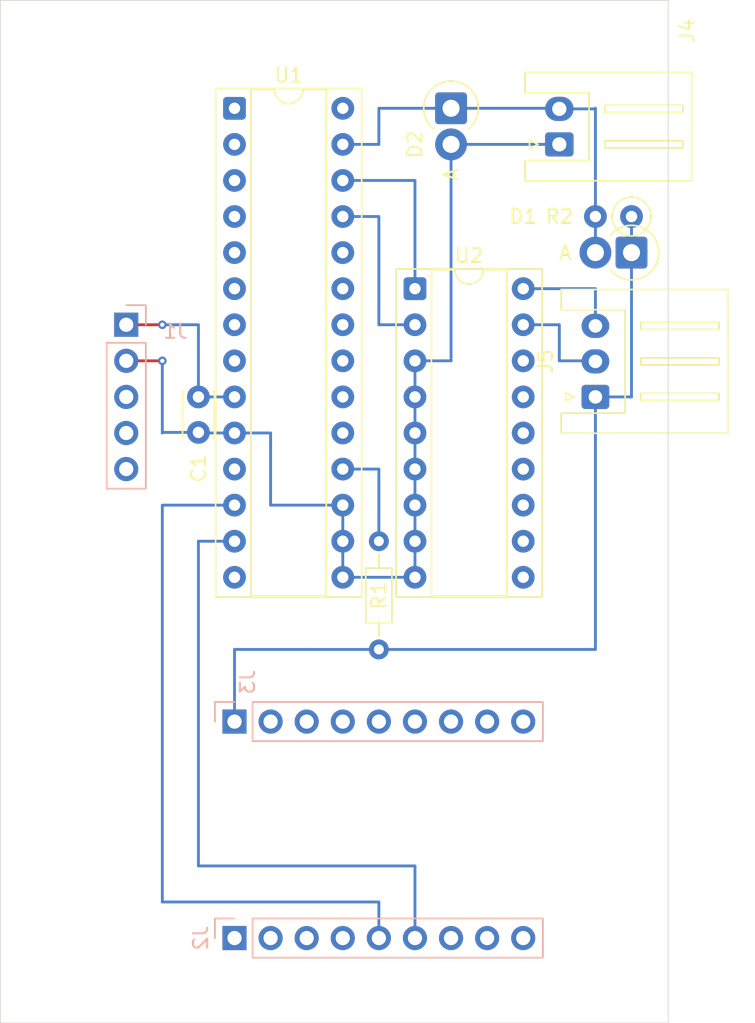
<source format=kicad_pcb>
(kicad_pcb (version 20241229) (generator "pcbnew") (generator_version "9.0")
  (layers (0 "F.Cu" signal) (2 "B.Cu" signal) (13 "F.Paste" user) (15 "B.Paste" user) (5 "F.SilkS" user "F.Silkscreen") (7 "B.SilkS" user "B.Silkscreen") (1 "F.Mask" user) (3 "B.Mask" user) (25 "Edge.Cuts" user))
  (net 0 "")
  (net 1 "+3V3")
  (net 2 "GND")
  (net 3 "ACT_N")
  (net 7 "/EXT_3SCL")
  (net 8 "/EXT_3SDA")
  (net 20 "Net-(U1-~{RESET})")
  (net 39 "Net-(J5-Pin_3)")
  (net 40 "Net-(J5-Pin_2)")
  (net 45 "Net-(U1-GPA5)")
  (net 46 "Net-(U1-GPA4)")
  (footprint "Package_DIP:DIP-28_W7.62mm_Socket" (layer "F.Cu") (at 132.08 50.8)
    (property "Reference" "U1" (at 3.81 -2.33 0) (layer "F.SilkS"))
    (property "Value" "MCP23017_SP")
    (fp_line (start 1.16 -1.33) (end 1.16 34.35) (stroke (width 0.12)) (layer "F.SilkS"))
    (fp_line (start 1.16 34.35) (end 6.46 34.35) (stroke (width 0.12)) (layer "F.SilkS"))
    (fp_line (start 2.81 -1.33) (end 1.16 -1.33) (stroke (width 0.12)) (layer "F.SilkS"))
    (fp_line (start 6.46 -1.33) (end 4.81 -1.33) (stroke (width 0.12)) (layer "F.SilkS"))
    (fp_line (start 6.46 34.35) (end 6.46 -1.33) (stroke (width 0.12)) (layer "F.SilkS"))
    (fp_rect (start -1.33 -1.39) (end 8.95 34.41) (stroke (width 0.12)) (fill no) (layer "F.SilkS"))
    (fp_arc (start 4.81 -1.33) (mid 3.81 -0.33) (end 2.81 -1.33) (stroke (width 0.12)) (layer "F.SilkS"))
    (pad "1" thru_hole roundrect (at 0 0) (size 1.6 1.6) (drill 0.8) (layers "*.Cu" "*.Mask") (roundrect_rratio 0.15625))
    (pad "2" thru_hole circle (at 0 2.54) (size 1.6 1.6) (drill 0.8) (layers "*.Cu" "*.Mask"))
    (pad "3" thru_hole circle (at 0 5.08) (size 1.6 1.6) (drill 0.8) (layers "*.Cu" "*.Mask"))
    (pad "4" thru_hole circle (at 0 7.62) (size 1.6 1.6) (drill 0.8) (layers "*.Cu" "*.Mask"))
    (pad "5" thru_hole circle (at 0 10.16) (size 1.6 1.6) (drill 0.8) (layers "*.Cu" "*.Mask"))
    (pad "6" thru_hole circle (at 0 12.7) (size 1.6 1.6) (drill 0.8) (layers "*.Cu" "*.Mask"))
    (pad "7" thru_hole circle (at 0 15.24) (size 1.6 1.6) (drill 0.8) (layers "*.Cu" "*.Mask"))
    (pad "8" thru_hole circle (at 0 17.78) (size 1.6 1.6) (drill 0.8) (layers "*.Cu" "*.Mask"))
    (pad "9" thru_hole circle (at 0 20.32) (size 1.6 1.6) (drill 0.8) (layers "*.Cu" "*.Mask") (net 1 "+3V3"))
    (pad "10" thru_hole circle (at 0 22.86) (size 1.6 1.6) (drill 0.8) (layers "*.Cu" "*.Mask") (net 2 "GND"))
    (pad "11" thru_hole circle (at 0 25.4) (size 1.6 1.6) (drill 0.8) (layers "*.Cu" "*.Mask"))
    (pad "12" thru_hole circle (at 0 27.94) (size 1.6 1.6) (drill 0.8) (layers "*.Cu" "*.Mask") (net 7 "/EXT_3SCL"))
    (pad "13" thru_hole circle (at 0 30.48) (size 1.6 1.6) (drill 0.8) (layers "*.Cu" "*.Mask") (net 8 "/EXT_3SDA"))
    (pad "14" thru_hole circle (at 0 33.02) (size 1.6 1.6) (drill 0.8) (layers "*.Cu" "*.Mask"))
    (pad "15" thru_hole circle (at 7.62 33.02) (size 1.6 1.6) (drill 0.8) (layers "*.Cu" "*.Mask") (net 2 "GND"))
    (pad "16" thru_hole circle (at 7.62 30.48) (size 1.6 1.6) (drill 0.8) (layers "*.Cu" "*.Mask") (net 2 "GND"))
    (pad "17" thru_hole circle (at 7.62 27.94) (size 1.6 1.6) (drill 0.8) (layers "*.Cu" "*.Mask") (net 2 "GND"))
    (pad "18" thru_hole circle (at 7.62 25.4) (size 1.6 1.6) (drill 0.8) (layers "*.Cu" "*.Mask") (net 20 "Net-(U1-~{RESET})"))
    (pad "19" thru_hole circle (at 7.62 22.86) (size 1.6 1.6) (drill 0.8) (layers "*.Cu" "*.Mask"))
    (pad "20" thru_hole circle (at 7.62 20.32) (size 1.6 1.6) (drill 0.8) (layers "*.Cu" "*.Mask"))
    (pad "21" thru_hole circle (at 7.62 17.78) (size 1.6 1.6) (drill 0.8) (layers "*.Cu" "*.Mask"))
    (pad "22" thru_hole circle (at 7.62 15.24) (size 1.6 1.6) (drill 0.8) (layers "*.Cu" "*.Mask"))
    (pad "23" thru_hole circle (at 7.62 12.7) (size 1.6 1.6) (drill 0.8) (layers "*.Cu" "*.Mask"))
    (pad "24" thru_hole circle (at 7.62 10.16) (size 1.6 1.6) (drill 0.8) (layers "*.Cu" "*.Mask"))
    (pad "25" thru_hole circle (at 7.62 7.62) (size 1.6 1.6) (drill 0.8) (layers "*.Cu" "*.Mask") (net 46 "Net-(U1-GPA4)"))
    (pad "26" thru_hole circle (at 7.62 5.08) (size 1.6 1.6) (drill 0.8) (layers "*.Cu" "*.Mask") (net 45 "Net-(U1-GPA5)"))
    (pad "27" thru_hole circle (at 7.62 2.54) (size 1.6 1.6) (drill 0.8) (layers "*.Cu" "*.Mask") (net 3 "ACT_N"))
    (pad "28" thru_hole circle (at 7.62 0) (size 1.6 1.6) (drill 0.8) (layers "*.Cu" "*.Mask"))
  )
  (footprint "Capacitor_THT:C_Disc_D3.0mm_W2.0mm_P2.50mm" (layer "F.Cu") (at 129.54 73.62 90)
    (property "Reference" "C1" (at -2.54 0 90) (layer "F.SilkS"))
    (property "Value" "0.1u 50V")
    (fp_line (start 2.87 -1.12) (end 2.87 -0.972) (stroke (width 0.12)) (layer "F.SilkS"))
    (fp_line (start -0.37 -1.12) (end 2.87 -1.12) (stroke (width 0.12)) (layer "F.SilkS"))
    (fp_line (start -0.37 -0.972) (end -0.37 -1.12) (stroke (width 0.12)) (layer "F.SilkS"))
    (fp_line (start 2.87 0.972) (end 2.87 1.12) (stroke (width 0.12)) (layer "F.SilkS"))
    (fp_line (start 2.87 1.12) (end -0.37 1.12) (stroke (width 0.12)) (layer "F.SilkS"))
    (fp_line (start -0.37 1.12) (end -0.37 0.972) (stroke (width 0.12)) (layer "F.SilkS"))
    (pad "1" thru_hole circle (at 0 0 90) (size 1.6 1.6) (drill 0.8) (layers "*.Cu" "*.Mask") (net 2 "GND"))
    (pad "2" thru_hole circle (at 2.5 0 90) (size 1.6 1.6) (drill 0.8) (layers "*.Cu" "*.Mask") (net 1 "+3V3"))
  )
  (footprint "Resistor_THT:R_Axial_DIN0207_L6.3mm_D2.5mm_P2.54mm_Vertical" (layer "F.Cu") (at 160.02 58.42 180)
    (property "Reference" "R2" (at 5.08 0 0) (layer "F.SilkS"))
    (property "Value" "10k")
    (fp_line (start 1.37 0) (end 1.44 0) (stroke (width 0.12)) (layer "F.SilkS"))
    (fp_circle (center 0 0) (end 1.37 0) (stroke (width 0.12)) (fill no) (layer "F.SilkS"))
    (pad "1" thru_hole circle (at 0 0 180) (size 1.6 1.6) (drill 0.8) (layers "*.Cu" "*.Mask") (net 1 "+3V3"))
    (pad "2" thru_hole circle (at 2.54 0 180) (size 1.6 1.6) (drill 0.8) (layers "*.Cu" "*.Mask") (net 3 "ACT_N"))
  )
  (footprint "Package_DIP:DIP-18_W7.62mm_Socket" (layer "F.Cu") (at 144.78 63.5)
    (property "Reference" "U2" (at 3.81 -2.33 0) (layer "F.SilkS"))
    (property "Value" "TBD62083AFNG")
    (fp_line (start 1.16 -1.33) (end 1.16 21.65) (stroke (width 0.12)) (layer "F.SilkS"))
    (fp_line (start 1.16 21.65) (end 6.46 21.65) (stroke (width 0.12)) (layer "F.SilkS"))
    (fp_line (start 2.81 -1.33) (end 1.16 -1.33) (stroke (width 0.12)) (layer "F.SilkS"))
    (fp_line (start 6.46 -1.33) (end 4.81 -1.33) (stroke (width 0.12)) (layer "F.SilkS"))
    (fp_line (start 6.46 21.65) (end 6.46 -1.33) (stroke (width 0.12)) (layer "F.SilkS"))
    (fp_rect (start -1.33 -1.39) (end 8.95 21.71) (stroke (width 0.12)) (fill no) (layer "F.SilkS"))
    (fp_arc (start 4.81 -1.33) (mid 3.81 -0.33) (end 2.81 -1.33) (stroke (width 0.12)) (layer "F.SilkS"))
    (pad "1" thru_hole roundrect (at 0 0) (size 1.6 1.6) (drill 0.8) (layers "*.Cu" "*.Mask") (roundrect_rratio 0.15625) (net 45 "Net-(U1-GPA5)"))
    (pad "2" thru_hole circle (at 0 2.54) (size 1.6 1.6) (drill 0.8) (layers "*.Cu" "*.Mask") (net 46 "Net-(U1-GPA4)"))
    (pad "3" thru_hole circle (at 0 5.08) (size 1.6 1.6) (drill 0.8) (layers "*.Cu" "*.Mask") (net 2 "GND"))
    (pad "4" thru_hole circle (at 0 7.62) (size 1.6 1.6) (drill 0.8) (layers "*.Cu" "*.Mask") (net 2 "GND"))
    (pad "5" thru_hole circle (at 0 10.16) (size 1.6 1.6) (drill 0.8) (layers "*.Cu" "*.Mask") (net 2 "GND"))
    (pad "6" thru_hole circle (at 0 12.7) (size 1.6 1.6) (drill 0.8) (layers "*.Cu" "*.Mask") (net 2 "GND"))
    (pad "7" thru_hole circle (at 0 15.24) (size 1.6 1.6) (drill 0.8) (layers "*.Cu" "*.Mask") (net 2 "GND"))
    (pad "8" thru_hole circle (at 0 17.78) (size 1.6 1.6) (drill 0.8) (layers "*.Cu" "*.Mask") (net 2 "GND"))
    (pad "9" thru_hole circle (at 0 20.32) (size 1.6 1.6) (drill 0.8) (layers "*.Cu" "*.Mask") (net 2 "GND"))
    (pad "10" thru_hole circle (at 7.62 20.32) (size 1.6 1.6) (drill 0.8) (layers "*.Cu" "*.Mask"))
    (pad "11" thru_hole circle (at 7.62 17.78) (size 1.6 1.6) (drill 0.8) (layers "*.Cu" "*.Mask"))
    (pad "12" thru_hole circle (at 7.62 15.24) (size 1.6 1.6) (drill 0.8) (layers "*.Cu" "*.Mask"))
    (pad "13" thru_hole circle (at 7.62 12.7) (size 1.6 1.6) (drill 0.8) (layers "*.Cu" "*.Mask"))
    (pad "14" thru_hole circle (at 7.62 10.16) (size 1.6 1.6) (drill 0.8) (layers "*.Cu" "*.Mask"))
    (pad "15" thru_hole circle (at 7.62 7.62) (size 1.6 1.6) (drill 0.8) (layers "*.Cu" "*.Mask"))
    (pad "16" thru_hole circle (at 7.62 5.08) (size 1.6 1.6) (drill 0.8) (layers "*.Cu" "*.Mask"))
    (pad "17" thru_hole circle (at 7.62 2.54) (size 1.6 1.6) (drill 0.8) (layers "*.Cu" "*.Mask") (net 40 "Net-(J5-Pin_2)"))
    (pad "18" thru_hole circle (at 7.62 0) (size 1.6 1.6) (drill 0.8) (layers "*.Cu" "*.Mask") (net 39 "Net-(J5-Pin_3)"))
  )
  (footprint "Connector_JST:JST_XH_S3B-XH-A_1x03_P2.50mm_Horizontal" (layer "F.Cu") (at 157.48 71.12 90)
    (property "Reference" "J5" (at 2.5 -3.51 90) (layer "F.SilkS"))
    (property "Value" "S3B-XH-A")
    (fp_line (start 7.56 -2.41) (end 6.14 -2.41) (stroke (width 0.12)) (layer "F.SilkS"))
    (fp_line (start 6.14 -2.41) (end 6.14 2.09) (stroke (width 0.12)) (layer "F.SilkS"))
    (fp_line (start -1.14 -2.41) (end -1.14 2.09) (stroke (width 0.12)) (layer "F.SilkS"))
    (fp_line (start -2.56 -2.41) (end -1.14 -2.41) (stroke (width 0.12)) (layer "F.SilkS"))
    (fp_line (start 0.3 -2.1) (end 0 -1.5) (stroke (width 0.12)) (layer "F.SilkS"))
    (fp_line (start -0.3 -2.1) (end 0.3 -2.1) (stroke (width 0.12)) (layer "F.SilkS"))
    (fp_line (start 0 -1.5) (end -0.3 -2.1) (stroke (width 0.12)) (layer "F.SilkS"))
    (fp_line (start 6.14 2.09) (end 2.5 2.09) (stroke (width 0.12)) (layer "F.SilkS"))
    (fp_line (start -1.14 2.09) (end 2.5 2.09) (stroke (width 0.12)) (layer "F.SilkS"))
    (fp_line (start 5.25 3.2) (end 4.75 3.2) (stroke (width 0.12)) (layer "F.SilkS"))
    (fp_line (start 4.75 3.2) (end 4.75 8.7) (stroke (width 0.12)) (layer "F.SilkS"))
    (fp_line (start 2.75 3.2) (end 2.25 3.2) (stroke (width 0.12)) (layer "F.SilkS"))
    (fp_line (start 2.25 3.2) (end 2.25 8.7) (stroke (width 0.12)) (layer "F.SilkS"))
    (fp_line (start 0.25 3.2) (end -0.25 3.2) (stroke (width 0.12)) (layer "F.SilkS"))
    (fp_line (start -0.25 3.2) (end -0.25 8.7) (stroke (width 0.12)) (layer "F.SilkS"))
    (fp_line (start 5.25 8.7) (end 5.25 3.2) (stroke (width 0.12)) (layer "F.SilkS"))
    (fp_line (start 4.75 8.7) (end 5.25 8.7) (stroke (width 0.12)) (layer "F.SilkS"))
    (fp_line (start 2.75 8.7) (end 2.75 3.2) (stroke (width 0.12)) (layer "F.SilkS"))
    (fp_line (start 2.25 8.7) (end 2.75 8.7) (stroke (width 0.12)) (layer "F.SilkS"))
    (fp_line (start 0.25 8.7) (end 0.25 3.2) (stroke (width 0.12)) (layer "F.SilkS"))
    (fp_line (start -0.25 8.7) (end 0.25 8.7) (stroke (width 0.12)) (layer "F.SilkS"))
    (fp_line (start 7.56 9.31) (end 7.56 -2.41) (stroke (width 0.12)) (layer "F.SilkS"))
    (fp_line (start 2.5 9.31) (end 7.56 9.31) (stroke (width 0.12)) (layer "F.SilkS"))
    (fp_line (start 2.5 9.31) (end -2.56 9.31) (stroke (width 0.12)) (layer "F.SilkS"))
    (fp_line (start -2.56 9.31) (end -2.56 -2.41) (stroke (width 0.12)) (layer "F.SilkS"))
    (pad "1" thru_hole roundrect (at 0 0 90) (size 1.7 1.95) (drill 0.95) (layers "*.Cu" "*.Mask") (roundrect_rratio 0.147059) (net 1 "+3V3"))
    (pad "2" thru_hole oval (at 2.5 0 90) (size 1.7 1.95) (drill 0.95) (layers "*.Cu" "*.Mask") (net 40 "Net-(J5-Pin_2)"))
    (pad "3" thru_hole oval (at 5 0 90) (size 1.7 1.95) (drill 0.95) (layers "*.Cu" "*.Mask") (net 39 "Net-(J5-Pin_3)"))
  )
  (footprint "Diode_THT:D_DO-15_P2.54mm_Vertical_AnodeUp" (layer "F.Cu") (at 160.02 60.96 180)
    (property "Reference" "D1" (at 7.62 2.54 0) (layer "F.SilkS"))
    (property "Value" "SS14")
    (fp_arc (start 1.465879 1.24) (mid -1.92 0) (end 1.465879 -1.24) (stroke (width 0.12)) (layer "F.SilkS"))
    (fp_text user "A" (at 4.66 0 0) (layer "F.SilkS"))
    (pad "1" thru_hole roundrect (at 0 0 180) (size 2.24 2.24) (drill 1.2) (layers "*.Cu" "*.Mask") (roundrect_rratio 0.111607) (net 1 "+3V3"))
    (pad "2" thru_hole circle (at 2.54 0 180) (size 2.24 2.24) (drill 1.2) (layers "*.Cu" "*.Mask") (net 3 "ACT_N"))
  )
  (footprint "Diode_THT:D_DO-15_P2.54mm_Vertical_AnodeUp" (layer "F.Cu") (at 147.32 50.8 -90)
    (property "Reference" "D2" (at 2.54 2.54 90) (layer "F.SilkS"))
    (property "Value" "SS14")
    (fp_arc (start 1.465879 1.24) (mid -1.92 0) (end 1.465879 -1.24) (stroke (width 0.12)) (layer "F.SilkS"))
    (fp_text user "A" (at 4.66 0 90) (layer "F.SilkS"))
    (pad "1" thru_hole roundrect (at 0 0 270) (size 2.24 2.24) (drill 1.2) (layers "*.Cu" "*.Mask") (roundrect_rratio 0.111607) (net 3 "ACT_N"))
    (pad "2" thru_hole circle (at 2.54 0 270) (size 2.24 2.24) (drill 1.2) (layers "*.Cu" "*.Mask") (net 2 "GND"))
  )
  (footprint "Resistor_THT:R_Axial_DIN0204_L3.6mm_D1.6mm_P7.62mm_Horizontal" (layer "F.Cu") (at 142.24 81.28 -90)
    (property "Reference" "R1" (at 3.81 0 90) (layer "F.SilkS"))
    (property "Value" "10k")
    (fp_line (start 0.94 0) (end 1.89 0) (stroke (width 0.12)) (layer "F.SilkS"))
    (fp_line (start 6.68 0) (end 5.73 0) (stroke (width 0.12)) (layer "F.SilkS"))
    (fp_rect (start 1.89 -0.92) (end 5.73 0.92) (stroke (width 0.12)) (fill no) (layer "F.SilkS"))
    (pad "1" thru_hole circle (at 0 0 270) (size 1.4 1.4) (drill 0.7) (layers "*.Cu" "*.Mask") (net 20 "Net-(U1-~{RESET})"))
    (pad "2" thru_hole circle (at 7.62 0 270) (size 1.4 1.4) (drill 0.7) (layers "*.Cu" "*.Mask") (net 1 "+3V3"))
  )
  (footprint "Connector_JST:JST_XH_S2B-XH-A_1x02_P2.50mm_Horizontal" (layer "F.Cu") (at 154.94 53.34 90)
    (property "Reference" "J4" (at 8 9 90) (layer "F.SilkS"))
    (property "Value" "S2B-XH-A")
    (fp_line (start 5.06 -2.41) (end 3.64 -2.41) (stroke (width 0.12)) (layer "F.SilkS"))
    (fp_line (start 3.64 -2.41) (end 3.64 2.09) (stroke (width 0.12)) (layer "F.SilkS"))
    (fp_line (start -1.14 -2.41) (end -1.14 2.09) (stroke (width 0.12)) (layer "F.SilkS"))
    (fp_line (start -2.56 -2.41) (end -1.14 -2.41) (stroke (width 0.12)) (layer "F.SilkS"))
    (fp_line (start 0.3 -2.1) (end 0 -1.5) (stroke (width 0.12)) (layer "F.SilkS"))
    (fp_line (start -0.3 -2.1) (end 0.3 -2.1) (stroke (width 0.12)) (layer "F.SilkS"))
    (fp_line (start 0 -1.5) (end -0.3 -2.1) (stroke (width 0.12)) (layer "F.SilkS"))
    (fp_line (start 3.64 2.09) (end 1.25 2.09) (stroke (width 0.12)) (layer "F.SilkS"))
    (fp_line (start -1.14 2.09) (end 1.25 2.09) (stroke (width 0.12)) (layer "F.SilkS"))
    (fp_line (start 2.75 3.2) (end 2.25 3.2) (stroke (width 0.12)) (layer "F.SilkS"))
    (fp_line (start 2.25 3.2) (end 2.25 8.7) (stroke (width 0.12)) (layer "F.SilkS"))
    (fp_line (start 0.25 3.2) (end -0.25 3.2) (stroke (width 0.12)) (layer "F.SilkS"))
    (fp_line (start -0.25 3.2) (end -0.25 8.7) (stroke (width 0.12)) (layer "F.SilkS"))
    (fp_line (start 2.75 8.7) (end 2.75 3.2) (stroke (width 0.12)) (layer "F.SilkS"))
    (fp_line (start 2.25 8.7) (end 2.75 8.7) (stroke (width 0.12)) (layer "F.SilkS"))
    (fp_line (start 0.25 8.7) (end 0.25 3.2) (stroke (width 0.12)) (layer "F.SilkS"))
    (fp_line (start -0.25 8.7) (end 0.25 8.7) (stroke (width 0.12)) (layer "F.SilkS"))
    (fp_line (start 5.06 9.31) (end 5.06 -2.41) (stroke (width 0.12)) (layer "F.SilkS"))
    (fp_line (start 1.25 9.31) (end 5.06 9.31) (stroke (width 0.12)) (layer "F.SilkS"))
    (fp_line (start 1.25 9.31) (end -2.56 9.31) (stroke (width 0.12)) (layer "F.SilkS"))
    (fp_line (start -2.56 9.31) (end -2.56 -2.41) (stroke (width 0.12)) (layer "F.SilkS"))
    (pad "1" thru_hole roundrect (at 0 0 90) (size 1.7 2) (drill 1) (layers "*.Cu" "*.Mask") (roundrect_rratio 0.147059) (net 2 "GND"))
    (pad "2" thru_hole oval (at 2.5 0 90) (size 1.7 2) (drill 1) (layers "*.Cu" "*.Mask") (net 3 "ACT_N"))
  )
  (footprint "Connector_PinHeader_2.54mm:PinHeader_1x05_P2.54mm_Vertical" (layer "B.Cu") (at 124.46 66.04 180)
    (property "Reference" "J1" (at -3.46 -0.46 0) (layer "B.SilkS") (effects (justify mirror)))
    (property "Value" "Conn_01x05")
    (fp_line (start 1.38 -1.27) (end 1.38 -11.54) (stroke (width 0.12)) (layer "B.SilkS"))
    (fp_line (start -1.38 1.38) (end 0 1.38) (stroke (width 0.12)) (layer "B.SilkS"))
    (fp_line (start -1.38 0) (end -1.38 1.38) (stroke (width 0.12)) (layer "B.SilkS"))
    (fp_line (start -1.38 -1.27) (end 1.38 -1.27) (stroke (width 0.12)) (layer "B.SilkS"))
    (fp_line (start -1.38 -1.27) (end -1.38 -11.54) (stroke (width 0.12)) (layer "B.SilkS"))
    (fp_line (start -1.38 -11.54) (end 1.38 -11.54) (stroke (width 0.12)) (layer "B.SilkS"))
    (pad "1" thru_hole rect (at 0 0 180) (size 1.7 1.7) (drill 1) (layers "*.Cu" "*.Mask") (net 1 "+3V3"))
    (pad "2" thru_hole circle (at 0 -2.54 180) (size 1.7 1.7) (drill 1) (layers "*.Cu" "*.Mask") (net 2 "GND"))
    (pad "3" thru_hole circle (at 0 -5.08 180) (size 1.7 1.7) (drill 1) (layers "*.Cu" "*.Mask"))
    (pad "4" thru_hole circle (at 0 -7.62 180) (size 1.7 1.7) (drill 1) (layers "*.Cu" "*.Mask"))
    (pad "5" thru_hole circle (at 0 -10.16 180) (size 1.7 1.7) (drill 1) (layers "*.Cu" "*.Mask"))
  )
  (footprint "Connector_PinHeader_2.54mm:PinHeader_1x09_P2.54mm_Vertical" (layer "B.Cu") (at 132.08 109.22 -90)
    (property "Reference" "J2" (at 0 2.38 90) (layer "B.SilkS") (effects (justify mirror)))
    (property "Value" "Conn_01x09")
    (fp_line (start -1.38 1.38) (end 0 1.38) (stroke (width 0.12)) (layer "B.SilkS"))
    (fp_line (start -1.38 0) (end -1.38 1.38) (stroke (width 0.12)) (layer "B.SilkS"))
    (fp_line (start -1.38 -1.27) (end 1.38 -1.27) (stroke (width 0.12)) (layer "B.SilkS"))
    (fp_line (start -1.38 -1.27) (end -1.38 -21.7) (stroke (width 0.12)) (layer "B.SilkS"))
    (fp_line (start 1.38 -1.27) (end 1.38 -21.7) (stroke (width 0.12)) (layer "B.SilkS"))
    (fp_line (start -1.38 -21.7) (end 1.38 -21.7) (stroke (width 0.12)) (layer "B.SilkS"))
    (pad "1" thru_hole rect (at 0 0 270) (size 1.7 1.7) (drill 1) (layers "*.Cu" "*.Mask"))
    (pad "2" thru_hole circle (at 0 -2.54 270) (size 1.7 1.7) (drill 1) (layers "*.Cu" "*.Mask"))
    (pad "3" thru_hole circle (at 0 -5.08 270) (size 1.7 1.7) (drill 1) (layers "*.Cu" "*.Mask"))
    (pad "4" thru_hole circle (at 0 -7.62 270) (size 1.7 1.7) (drill 1) (layers "*.Cu" "*.Mask"))
    (pad "5" thru_hole circle (at 0 -10.16 270) (size 1.7 1.7) (drill 1) (layers "*.Cu" "*.Mask") (net 7 "/EXT_3SCL"))
    (pad "6" thru_hole circle (at 0 -12.7 270) (size 1.7 1.7) (drill 1) (layers "*.Cu" "*.Mask") (net 8 "/EXT_3SDA"))
    (pad "7" thru_hole circle (at 0 -15.24 270) (size 1.7 1.7) (drill 1) (layers "*.Cu" "*.Mask"))
    (pad "8" thru_hole circle (at 0 -17.78 270) (size 1.7 1.7) (drill 1) (layers "*.Cu" "*.Mask"))
    (pad "9" thru_hole circle (at 0 -20.32 270) (size 1.7 1.7) (drill 1) (layers "*.Cu" "*.Mask"))
  )
  (footprint "Connector_PinHeader_2.54mm:PinHeader_1x09_P2.54mm_Vertical" (layer "B.Cu") (at 132.08 93.98 -90)
    (property "Reference" "J3" (at -2.78 -0.92 90) (layer "B.SilkS") (effects (justify mirror)))
    (property "Value" "Conn_01x09")
    (fp_line (start -1.38 1.38) (end 0 1.38) (stroke (width 0.12)) (layer "B.SilkS"))
    (fp_line (start -1.38 0) (end -1.38 1.38) (stroke (width 0.12)) (layer "B.SilkS"))
    (fp_line (start -1.38 -1.27) (end 1.38 -1.27) (stroke (width 0.12)) (layer "B.SilkS"))
    (fp_line (start -1.38 -1.27) (end -1.38 -21.7) (stroke (width 0.12)) (layer "B.SilkS"))
    (fp_line (start 1.38 -1.27) (end 1.38 -21.7) (stroke (width 0.12)) (layer "B.SilkS"))
    (fp_line (start -1.38 -21.7) (end 1.38 -21.7) (stroke (width 0.12)) (layer "B.SilkS"))
    (pad "1" thru_hole rect (at 0 0 270) (size 1.7 1.7) (drill 1) (layers "*.Cu" "*.Mask") (net 1 "+3V3"))
    (pad "2" thru_hole circle (at 0 -2.54 270) (size 1.7 1.7) (drill 1) (layers "*.Cu" "*.Mask"))
    (pad "3" thru_hole circle (at 0 -5.08 270) (size 1.7 1.7) (drill 1) (layers "*.Cu" "*.Mask"))
    (pad "4" thru_hole circle (at 0 -7.62 270) (size 1.7 1.7) (drill 1) (layers "*.Cu" "*.Mask"))
    (pad "5" thru_hole circle (at 0 -10.16 270) (size 1.7 1.7) (drill 1) (layers "*.Cu" "*.Mask"))
    (pad "6" thru_hole circle (at 0 -12.7 270) (size 1.7 1.7) (drill 1) (layers "*.Cu" "*.Mask"))
    (pad "7" thru_hole circle (at 0 -15.24 270) (size 1.7 1.7) (drill 1) (layers "*.Cu" "*.Mask"))
    (pad "8" thru_hole circle (at 0 -17.78 270) (size 1.7 1.7) (drill 1) (layers "*.Cu" "*.Mask"))
    (pad "9" thru_hole circle (at 0 -20.32 270) (size 1.7 1.7) (drill 1) (layers "*.Cu" "*.Mask"))
  )
  (gr_rect (start 115.6 43.2) (end 162.6 115.2) (stroke (width 0.05)) (fill no) (layer "Edge.Cuts"))
  (segment (start 127 66.04) (end 124.46 66.04) (width 0.2) (layer "F.Cu") (net 1))
  (via (at 127 66.04) (size 0.6) (drill 0.3) (layers "F.Cu" "B.Cu") (net 1))
  (segment (start 160.02 60.96) (end 160.02 71.12) (width 0.2) (layer "B.Cu") (net 1))
  (segment (start 129.54 71.12) (end 132.08 71.12) (width 0.2) (layer "B.Cu") (net 1))
  (segment (start 142.24 88.9) (end 137.16 88.9) (width 0.2) (layer "B.Cu") (net 1))
  (segment (start 160.02 58.42) (end 160.02 60.96) (width 0.2) (layer "B.Cu") (net 1))
  (segment (start 157.48 88.9) (end 157.48 71.12) (width 0.2) (layer "B.Cu") (net 1))
  (segment (start 129.54 66.04) (end 127 66.04) (width 0.2) (layer "B.Cu") (net 1))
  (segment (start 160.02 71.12) (end 157.48 71.12) (width 0.2) (layer "B.Cu") (net 1))
  (segment (start 137.16 88.9) (end 132.08 88.9) (width 0.2) (layer "B.Cu") (net 1))
  (segment (start 129.54 71.12) (end 129.54 66.04) (width 0.2) (layer "B.Cu") (net 1))
  (segment (start 142.24 88.9) (end 157.48 88.9) (width 0.2) (layer "B.Cu") (net 1))
  (segment (start 132.08 88.9) (end 132.08 93.98) (width 0.2) (layer "B.Cu") (net 1))
  (segment (start 127 68.58) (end 124.46 68.58) (width 0.2) (layer "F.Cu") (net 2))
  (via (at 127 68.58) (size 0.6) (drill 0.3) (layers "F.Cu" "B.Cu") (net 2))
  (segment (start 147.32 68.58) (end 144.78 68.58) (width 0.2) (layer "B.Cu") (net 2))
  (segment (start 129.58 73.66) (end 129.54 73.62) (width 0.2) (layer "B.Cu") (net 2))
  (segment (start 129.54 73.62) (end 127.04 73.62) (width 0.2) (layer "B.Cu") (net 2))
  (segment (start 132.08 73.66) (end 134.62 73.66) (width 0.2) (layer "B.Cu") (net 2))
  (segment (start 144.78 83.82) (end 139.7 83.82) (width 0.2) (layer "B.Cu") (net 2))
  (segment (start 154.94 53.34) (end 147.32 53.34) (width 0.2) (layer "B.Cu") (net 2))
  (segment (start 139.7 78.74) (end 139.7 83.82) (width 0.2) (layer "B.Cu") (net 2))
  (segment (start 127 73.66) (end 127 68.58) (width 0.2) (layer "B.Cu") (net 2))
  (segment (start 144.78 68.58) (end 144.78 83.82) (width 0.2) (layer "B.Cu") (net 2))
  (segment (start 147.32 53.34) (end 147.32 68.58) (width 0.2) (layer "B.Cu") (net 2))
  (segment (start 127.04 73.62) (end 127 73.66) (width 0.2) (layer "B.Cu") (net 2))
  (segment (start 132.08 73.66) (end 129.58 73.66) (width 0.2) (layer "B.Cu") (net 2))
  (segment (start 139.7 78.74) (end 134.62 78.74) (width 0.2) (layer "B.Cu") (net 2))
  (segment (start 134.62 73.66) (end 134.62 78.74) (width 0.2) (layer "B.Cu") (net 2))
  (segment (start 157.44 50.84) (end 157.48 50.8) (width 0.2) (layer "B.Cu") (net 3))
  (segment (start 142.24 53.34) (end 142.24 50.8) (width 0.2) (layer "B.Cu") (net 3))
  (segment (start 142.24 50.8) (end 147.32 50.8) (width 0.2) (layer "B.Cu") (net 3))
  (segment (start 154.9 50.8) (end 154.94 50.84) (width 0.2) (layer "B.Cu") (net 3))
  (segment (start 147.32 50.8) (end 154.9 50.8) (width 0.2) (layer "B.Cu") (net 3))
  (segment (start 139.7 53.34) (end 142.24 53.34) (width 0.2) (layer "B.Cu") (net 3))
  (segment (start 154.94 50.84) (end 157.44 50.84) (width 0.2) (layer "B.Cu") (net 3))
  (segment (start 157.48 58.42) (end 157.48 60.96) (width 0.2) (layer "B.Cu") (net 3))
  (segment (start 157.48 50.8) (end 157.48 58.42) (width 0.2) (layer "B.Cu") (net 3))
  (segment (start 142.24 106.68) (end 127 106.68) (width 0.2) (layer "B.Cu") (net 7))
  (segment (start 142.24 109.22) (end 142.24 106.68) (width 0.2) (layer "B.Cu") (net 7))
  (segment (start 127 78.74) (end 132.08 78.74) (width 0.2) (layer "B.Cu") (net 7))
  (segment (start 127 106.68) (end 127 78.74) (width 0.2) (layer "B.Cu") (net 7))
  (segment (start 129.54 104.14) (end 144.78 104.14) (width 0.2) (layer "B.Cu") (net 8))
  (segment (start 132.08 81.28) (end 129.54 81.28) (width 0.2) (layer "B.Cu") (net 8))
  (segment (start 144.78 104.14) (end 144.78 109.22) (width 0.2) (layer "B.Cu") (net 8))
  (segment (start 129.54 81.28) (end 129.54 104.14) (width 0.2) (layer "B.Cu") (net 8))
  (segment (start 142.24 76.2) (end 142.24 81.28) (width 0.2) (layer "B.Cu") (net 20))
  (segment (start 139.7 76.2) (end 142.24 76.2) (width 0.2) (layer "B.Cu") (net 20))
  (segment (start 152.4 63.5) (end 157.48 63.5) (width 0.2) (layer "B.Cu") (net 39))
  (segment (start 157.48 63.5) (end 157.48 66.12) (width 0.2) (layer "B.Cu") (net 39))
  (segment (start 152.4 66.04) (end 154.94 66.04) (width 0.2) (layer "B.Cu") (net 40))
  (segment (start 154.94 68.58) (end 157.44 68.58) (width 0.2) (layer "B.Cu") (net 40))
  (segment (start 157.44 68.58) (end 157.48 68.62) (width 0.2) (layer "B.Cu") (net 40))
  (segment (start 154.94 66.04) (end 154.94 68.58) (width 0.2) (layer "B.Cu") (net 40))
  (segment (start 144.78 55.88) (end 144.78 63.5) (width 0.2) (layer "B.Cu") (net 45))
  (segment (start 139.7 55.88) (end 144.78 55.88) (width 0.2) (layer "B.Cu") (net 45))
  (segment (start 139.7 58.42) (end 142.24 58.42) (width 0.2) (layer "B.Cu") (net 46))
  (segment (start 142.24 58.42) (end 142.24 66.04) (width 0.2) (layer "B.Cu") (net 46))
  (segment (start 142.24 66.04) (end 144.78 66.04) (width 0.2) (layer "B.Cu") (net 46))
)
</source>
